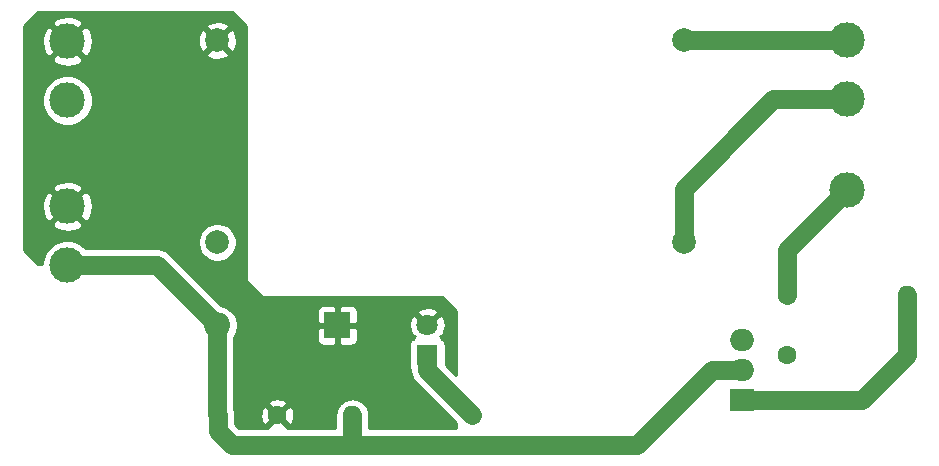
<source format=gtl>
G04 #@! TF.GenerationSoftware,KiCad,Pcbnew,(5.1.9)-1*
G04 #@! TF.CreationDate,2021-12-30T20:04:45+01:00*
G04 #@! TF.ProjectId,Pumpe,50756d70-652e-46b6-9963-61645f706362,rev?*
G04 #@! TF.SameCoordinates,Original*
G04 #@! TF.FileFunction,Copper,L1,Top*
G04 #@! TF.FilePolarity,Positive*
%FSLAX46Y46*%
G04 Gerber Fmt 4.6, Leading zero omitted, Abs format (unit mm)*
G04 Created by KiCad (PCBNEW (5.1.9)-1) date 2021-12-30 20:04:45*
%MOMM*%
%LPD*%
G01*
G04 APERTURE LIST*
G04 #@! TA.AperFunction,ComponentPad*
%ADD10C,2.000000*%
G04 #@! TD*
G04 #@! TA.AperFunction,ComponentPad*
%ADD11O,1.600000X1.600000*%
G04 #@! TD*
G04 #@! TA.AperFunction,ComponentPad*
%ADD12C,1.600000*%
G04 #@! TD*
G04 #@! TA.AperFunction,ComponentPad*
%ADD13O,2.000000X1.905000*%
G04 #@! TD*
G04 #@! TA.AperFunction,ComponentPad*
%ADD14R,2.000000X1.905000*%
G04 #@! TD*
G04 #@! TA.AperFunction,ComponentPad*
%ADD15C,3.000000*%
G04 #@! TD*
G04 #@! TA.AperFunction,ComponentPad*
%ADD16C,1.800000*%
G04 #@! TD*
G04 #@! TA.AperFunction,ComponentPad*
%ADD17R,1.800000X1.800000*%
G04 #@! TD*
G04 #@! TA.AperFunction,ComponentPad*
%ADD18O,2.200000X2.200000*%
G04 #@! TD*
G04 #@! TA.AperFunction,ComponentPad*
%ADD19R,2.200000X2.200000*%
G04 #@! TD*
G04 #@! TA.AperFunction,Conductor*
%ADD20C,1.600000*%
G04 #@! TD*
G04 #@! TA.AperFunction,Conductor*
%ADD21C,0.254000*%
G04 #@! TD*
G04 #@! TA.AperFunction,Conductor*
%ADD22C,0.200000*%
G04 #@! TD*
G04 APERTURE END LIST*
D10*
X161420000Y-56470000D03*
X161420000Y-39370000D03*
X121920000Y-56470000D03*
X121920000Y-39370000D03*
D11*
X133350000Y-71120000D03*
D12*
X143510000Y-71120000D03*
D11*
X180340000Y-66040000D03*
D12*
X170180000Y-66040000D03*
D11*
X180340000Y-60960000D03*
D12*
X170180000Y-60960000D03*
D13*
X166370000Y-64770000D03*
X166370000Y-67310000D03*
D14*
X166370000Y-69850000D03*
D15*
X175260000Y-44370000D03*
X175260000Y-39370000D03*
X109220000Y-53420000D03*
X109220000Y-58420000D03*
X175260000Y-52070000D03*
X109220000Y-39450000D03*
X109220000Y-44450000D03*
D16*
X139700000Y-63500000D03*
D17*
X139700000Y-66040000D03*
D18*
X121920000Y-63500000D03*
D19*
X132080000Y-63500000D03*
D12*
X122000000Y-71120000D03*
X127000000Y-71120000D03*
D20*
X116840000Y-58420000D02*
X121920000Y-63500000D01*
X109220000Y-58420000D02*
X116840000Y-58420000D01*
X121920000Y-71040000D02*
X122000000Y-71120000D01*
X121920000Y-63500000D02*
X121920000Y-71040000D01*
X163770000Y-67310000D02*
X166370000Y-67310000D01*
X122000000Y-72470000D02*
X123190000Y-73660000D01*
X157420000Y-73660000D02*
X163770000Y-67310000D01*
X122000000Y-71120000D02*
X122000000Y-72470000D01*
X133350000Y-71120000D02*
X133350000Y-73660000D01*
X133350000Y-73660000D02*
X157420000Y-73660000D01*
X123190000Y-73660000D02*
X133350000Y-73660000D01*
X121840000Y-39450000D02*
X121920000Y-39370000D01*
X139700000Y-67310000D02*
X143510000Y-71120000D01*
X139700000Y-66040000D02*
X139700000Y-67310000D01*
X170180000Y-57150000D02*
X175260000Y-52070000D01*
X170180000Y-60960000D02*
X170180000Y-57150000D01*
X161420000Y-56470000D02*
X161420000Y-51940000D01*
X168990000Y-44370000D02*
X175260000Y-44370000D01*
X161420000Y-51940000D02*
X168990000Y-44370000D01*
X161420000Y-39370000D02*
X175260000Y-39370000D01*
X176530000Y-69850000D02*
X180340000Y-66040000D01*
X166370000Y-69850000D02*
X176530000Y-69850000D01*
X180340000Y-60960000D02*
X180340000Y-66040000D01*
D21*
X124333000Y-38152606D02*
X124333000Y-59690000D01*
X124335440Y-59714776D01*
X124342667Y-59738601D01*
X124354403Y-59760557D01*
X124370197Y-59779803D01*
X125640197Y-61049803D01*
X125659443Y-61065597D01*
X125681399Y-61077333D01*
X125705224Y-61084560D01*
X125730000Y-61087000D01*
X140917394Y-61087000D01*
X142113000Y-62282606D01*
X142113000Y-67693605D01*
X141238072Y-66818677D01*
X141238072Y-65140000D01*
X141225812Y-65015518D01*
X141189502Y-64895820D01*
X141130537Y-64785506D01*
X141051185Y-64688815D01*
X140954494Y-64609463D01*
X140844180Y-64550498D01*
X140833265Y-64547187D01*
X140880030Y-64500422D01*
X140764082Y-64384474D01*
X141018261Y-64300792D01*
X141149158Y-64028225D01*
X141224365Y-63735358D01*
X141240991Y-63433447D01*
X141198397Y-63134093D01*
X141098222Y-62848801D01*
X141018261Y-62699208D01*
X140764080Y-62615525D01*
X139879605Y-63500000D01*
X139893748Y-63514143D01*
X139714143Y-63693748D01*
X139700000Y-63679605D01*
X139685858Y-63693748D01*
X139506253Y-63514143D01*
X139520395Y-63500000D01*
X138635920Y-62615525D01*
X138381739Y-62699208D01*
X138250842Y-62971775D01*
X138175635Y-63264642D01*
X138159009Y-63566553D01*
X138201603Y-63865907D01*
X138301778Y-64151199D01*
X138381739Y-64300792D01*
X138635918Y-64384474D01*
X138519970Y-64500422D01*
X138566735Y-64547187D01*
X138555820Y-64550498D01*
X138445506Y-64609463D01*
X138348815Y-64688815D01*
X138269463Y-64785506D01*
X138210498Y-64895820D01*
X138174188Y-65015518D01*
X138161928Y-65140000D01*
X138161928Y-66940000D01*
X138174188Y-67064482D01*
X138210498Y-67184180D01*
X138261121Y-67278888D01*
X138258057Y-67310000D01*
X138265000Y-67380492D01*
X138285764Y-67591309D01*
X138367818Y-67861808D01*
X138501069Y-68111101D01*
X138680393Y-68329608D01*
X138735155Y-68374550D01*
X142113000Y-71752396D01*
X142113000Y-72225000D01*
X134785000Y-72225000D01*
X134785000Y-70978665D01*
X134771179Y-70909183D01*
X134764236Y-70838691D01*
X134743673Y-70770903D01*
X134729853Y-70701426D01*
X134702747Y-70635986D01*
X134682182Y-70568192D01*
X134648786Y-70505712D01*
X134621680Y-70440273D01*
X134582328Y-70381378D01*
X134548932Y-70318899D01*
X134503991Y-70264138D01*
X134464637Y-70205241D01*
X134414544Y-70155148D01*
X134369607Y-70100392D01*
X134314851Y-70055455D01*
X134264759Y-70005363D01*
X134205858Y-69966007D01*
X134151100Y-69921068D01*
X134088626Y-69887675D01*
X134029727Y-69848320D01*
X133964284Y-69821213D01*
X133901807Y-69787818D01*
X133834017Y-69767254D01*
X133768574Y-69740147D01*
X133699094Y-69726326D01*
X133631308Y-69705764D01*
X133560818Y-69698821D01*
X133491335Y-69685000D01*
X133420492Y-69685000D01*
X133350000Y-69678057D01*
X133279508Y-69685000D01*
X133208665Y-69685000D01*
X133139183Y-69698821D01*
X133068691Y-69705764D01*
X133000903Y-69726327D01*
X132931426Y-69740147D01*
X132865986Y-69767253D01*
X132798192Y-69787818D01*
X132735712Y-69821214D01*
X132670273Y-69848320D01*
X132611378Y-69887672D01*
X132548899Y-69921068D01*
X132494138Y-69966009D01*
X132435241Y-70005363D01*
X132385150Y-70055454D01*
X132330392Y-70100393D01*
X132285457Y-70155147D01*
X132235363Y-70205241D01*
X132196007Y-70264142D01*
X132151068Y-70318900D01*
X132117675Y-70381374D01*
X132078320Y-70440273D01*
X132051213Y-70505716D01*
X132017818Y-70568193D01*
X131997254Y-70635983D01*
X131970147Y-70701426D01*
X131956326Y-70770906D01*
X131935764Y-70838692D01*
X131928821Y-70909182D01*
X131915000Y-70978665D01*
X131915000Y-72225000D01*
X127780148Y-72225000D01*
X127813097Y-72112702D01*
X127000000Y-71299605D01*
X126186903Y-72112702D01*
X126219852Y-72225000D01*
X123784396Y-72225000D01*
X123435000Y-71875605D01*
X123435000Y-71190512D01*
X125559783Y-71190512D01*
X125601213Y-71470130D01*
X125696397Y-71736292D01*
X125763329Y-71861514D01*
X126007298Y-71933097D01*
X126820395Y-71120000D01*
X127179605Y-71120000D01*
X127992702Y-71933097D01*
X128236671Y-71861514D01*
X128357571Y-71606004D01*
X128426300Y-71331816D01*
X128440217Y-71049488D01*
X128398787Y-70769870D01*
X128303603Y-70503708D01*
X128236671Y-70378486D01*
X127992702Y-70306903D01*
X127179605Y-71120000D01*
X126820395Y-71120000D01*
X126007298Y-70306903D01*
X125763329Y-70378486D01*
X125642429Y-70633996D01*
X125573700Y-70908184D01*
X125559783Y-71190512D01*
X123435000Y-71190512D01*
X123435000Y-71190491D01*
X123441943Y-71119999D01*
X123435000Y-71049507D01*
X123435000Y-70978665D01*
X123421179Y-70909183D01*
X123414236Y-70838691D01*
X123393673Y-70770904D01*
X123379853Y-70701426D01*
X123355000Y-70641425D01*
X123355000Y-70127298D01*
X126186903Y-70127298D01*
X127000000Y-70940395D01*
X127813097Y-70127298D01*
X127741514Y-69883329D01*
X127486004Y-69762429D01*
X127211816Y-69693700D01*
X126929488Y-69679783D01*
X126649870Y-69721213D01*
X126383708Y-69816397D01*
X126258486Y-69883329D01*
X126186903Y-70127298D01*
X123355000Y-70127298D01*
X123355000Y-64600000D01*
X130341928Y-64600000D01*
X130354188Y-64724482D01*
X130390498Y-64844180D01*
X130449463Y-64954494D01*
X130528815Y-65051185D01*
X130625506Y-65130537D01*
X130735820Y-65189502D01*
X130855518Y-65225812D01*
X130980000Y-65238072D01*
X131794250Y-65235000D01*
X131953000Y-65076250D01*
X131953000Y-63627000D01*
X132207000Y-63627000D01*
X132207000Y-65076250D01*
X132365750Y-65235000D01*
X133180000Y-65238072D01*
X133304482Y-65225812D01*
X133424180Y-65189502D01*
X133534494Y-65130537D01*
X133631185Y-65051185D01*
X133710537Y-64954494D01*
X133769502Y-64844180D01*
X133805812Y-64724482D01*
X133818072Y-64600000D01*
X133815000Y-63785750D01*
X133656250Y-63627000D01*
X132207000Y-63627000D01*
X131953000Y-63627000D01*
X130503750Y-63627000D01*
X130345000Y-63785750D01*
X130341928Y-64600000D01*
X123355000Y-64600000D01*
X123355000Y-64475289D01*
X123457537Y-64321831D01*
X123588325Y-64006081D01*
X123655000Y-63670883D01*
X123655000Y-63329117D01*
X123588325Y-62993919D01*
X123457537Y-62678169D01*
X123271671Y-62400000D01*
X130341928Y-62400000D01*
X130345000Y-63214250D01*
X130503750Y-63373000D01*
X131953000Y-63373000D01*
X131953000Y-61923750D01*
X132207000Y-61923750D01*
X132207000Y-63373000D01*
X133656250Y-63373000D01*
X133815000Y-63214250D01*
X133817936Y-62435920D01*
X138815525Y-62435920D01*
X139700000Y-63320395D01*
X140584475Y-62435920D01*
X140500792Y-62181739D01*
X140228225Y-62050842D01*
X139935358Y-61975635D01*
X139633447Y-61959009D01*
X139334093Y-62001603D01*
X139048801Y-62101778D01*
X138899208Y-62181739D01*
X138815525Y-62435920D01*
X133817936Y-62435920D01*
X133818072Y-62400000D01*
X133805812Y-62275518D01*
X133769502Y-62155820D01*
X133710537Y-62045506D01*
X133631185Y-61948815D01*
X133534494Y-61869463D01*
X133424180Y-61810498D01*
X133304482Y-61774188D01*
X133180000Y-61761928D01*
X132365750Y-61765000D01*
X132207000Y-61923750D01*
X131953000Y-61923750D01*
X131794250Y-61765000D01*
X130980000Y-61761928D01*
X130855518Y-61774188D01*
X130735820Y-61810498D01*
X130625506Y-61869463D01*
X130528815Y-61948815D01*
X130449463Y-62045506D01*
X130390498Y-62155820D01*
X130354188Y-62275518D01*
X130341928Y-62400000D01*
X123271671Y-62400000D01*
X123267663Y-62394002D01*
X123025998Y-62152337D01*
X122741831Y-61962463D01*
X122426081Y-61831675D01*
X122245064Y-61795669D01*
X117904554Y-57455159D01*
X117859608Y-57400392D01*
X117641101Y-57221068D01*
X117391808Y-57087818D01*
X117121309Y-57005764D01*
X116910492Y-56985000D01*
X116840000Y-56978057D01*
X116769508Y-56985000D01*
X110804346Y-56985000D01*
X110580983Y-56761637D01*
X110231302Y-56527988D01*
X109842756Y-56367047D01*
X109550769Y-56308967D01*
X120285000Y-56308967D01*
X120285000Y-56631033D01*
X120347832Y-56946912D01*
X120471082Y-57244463D01*
X120650013Y-57512252D01*
X120877748Y-57739987D01*
X121145537Y-57918918D01*
X121443088Y-58042168D01*
X121758967Y-58105000D01*
X122081033Y-58105000D01*
X122396912Y-58042168D01*
X122694463Y-57918918D01*
X122962252Y-57739987D01*
X123189987Y-57512252D01*
X123368918Y-57244463D01*
X123492168Y-56946912D01*
X123555000Y-56631033D01*
X123555000Y-56308967D01*
X123492168Y-55993088D01*
X123368918Y-55695537D01*
X123189987Y-55427748D01*
X122962252Y-55200013D01*
X122694463Y-55021082D01*
X122396912Y-54897832D01*
X122081033Y-54835000D01*
X121758967Y-54835000D01*
X121443088Y-54897832D01*
X121145537Y-55021082D01*
X120877748Y-55200013D01*
X120650013Y-55427748D01*
X120471082Y-55695537D01*
X120347832Y-55993088D01*
X120285000Y-56308967D01*
X109550769Y-56308967D01*
X109430279Y-56285000D01*
X109009721Y-56285000D01*
X108597244Y-56367047D01*
X108208698Y-56527988D01*
X107859017Y-56761637D01*
X107561637Y-57059017D01*
X107327988Y-57408698D01*
X107167047Y-57797244D01*
X107085000Y-58209721D01*
X107085000Y-58293000D01*
X106732606Y-58293000D01*
X105537000Y-57097394D01*
X105537000Y-54911653D01*
X107907952Y-54911653D01*
X108063962Y-55227214D01*
X108438745Y-55418020D01*
X108843551Y-55532044D01*
X109262824Y-55564902D01*
X109680451Y-55515334D01*
X110080383Y-55385243D01*
X110376038Y-55227214D01*
X110532048Y-54911653D01*
X109220000Y-53599605D01*
X107907952Y-54911653D01*
X105537000Y-54911653D01*
X105537000Y-53462824D01*
X107075098Y-53462824D01*
X107124666Y-53880451D01*
X107254757Y-54280383D01*
X107412786Y-54576038D01*
X107728347Y-54732048D01*
X109040395Y-53420000D01*
X109399605Y-53420000D01*
X110711653Y-54732048D01*
X111027214Y-54576038D01*
X111218020Y-54201255D01*
X111332044Y-53796449D01*
X111364902Y-53377176D01*
X111315334Y-52959549D01*
X111185243Y-52559617D01*
X111027214Y-52263962D01*
X110711653Y-52107952D01*
X109399605Y-53420000D01*
X109040395Y-53420000D01*
X107728347Y-52107952D01*
X107412786Y-52263962D01*
X107221980Y-52638745D01*
X107107956Y-53043551D01*
X107075098Y-53462824D01*
X105537000Y-53462824D01*
X105537000Y-51928347D01*
X107907952Y-51928347D01*
X109220000Y-53240395D01*
X110532048Y-51928347D01*
X110376038Y-51612786D01*
X110001255Y-51421980D01*
X109596449Y-51307956D01*
X109177176Y-51275098D01*
X108759549Y-51324666D01*
X108359617Y-51454757D01*
X108063962Y-51612786D01*
X107907952Y-51928347D01*
X105537000Y-51928347D01*
X105537000Y-44239721D01*
X107085000Y-44239721D01*
X107085000Y-44660279D01*
X107167047Y-45072756D01*
X107327988Y-45461302D01*
X107561637Y-45810983D01*
X107859017Y-46108363D01*
X108208698Y-46342012D01*
X108597244Y-46502953D01*
X109009721Y-46585000D01*
X109430279Y-46585000D01*
X109842756Y-46502953D01*
X110231302Y-46342012D01*
X110580983Y-46108363D01*
X110878363Y-45810983D01*
X111112012Y-45461302D01*
X111272953Y-45072756D01*
X111355000Y-44660279D01*
X111355000Y-44239721D01*
X111272953Y-43827244D01*
X111112012Y-43438698D01*
X110878363Y-43089017D01*
X110580983Y-42791637D01*
X110231302Y-42557988D01*
X109842756Y-42397047D01*
X109430279Y-42315000D01*
X109009721Y-42315000D01*
X108597244Y-42397047D01*
X108208698Y-42557988D01*
X107859017Y-42791637D01*
X107561637Y-43089017D01*
X107327988Y-43438698D01*
X107167047Y-43827244D01*
X107085000Y-44239721D01*
X105537000Y-44239721D01*
X105537000Y-40941653D01*
X107907952Y-40941653D01*
X108063962Y-41257214D01*
X108438745Y-41448020D01*
X108843551Y-41562044D01*
X109262824Y-41594902D01*
X109680451Y-41545334D01*
X110080383Y-41415243D01*
X110376038Y-41257214D01*
X110532048Y-40941653D01*
X109220000Y-39629605D01*
X107907952Y-40941653D01*
X105537000Y-40941653D01*
X105537000Y-39492824D01*
X107075098Y-39492824D01*
X107124666Y-39910451D01*
X107254757Y-40310383D01*
X107412786Y-40606038D01*
X107728347Y-40762048D01*
X109040395Y-39450000D01*
X109399605Y-39450000D01*
X110711653Y-40762048D01*
X111027214Y-40606038D01*
X111078443Y-40505413D01*
X120964192Y-40505413D01*
X121059956Y-40769814D01*
X121349571Y-40910704D01*
X121661108Y-40992384D01*
X121982595Y-41011718D01*
X122301675Y-40967961D01*
X122606088Y-40862795D01*
X122780044Y-40769814D01*
X122875808Y-40505413D01*
X121920000Y-39549605D01*
X120964192Y-40505413D01*
X111078443Y-40505413D01*
X111218020Y-40231255D01*
X111332044Y-39826449D01*
X111362909Y-39432595D01*
X120278282Y-39432595D01*
X120322039Y-39751675D01*
X120427205Y-40056088D01*
X120520186Y-40230044D01*
X120784587Y-40325808D01*
X121740395Y-39370000D01*
X122099605Y-39370000D01*
X123055413Y-40325808D01*
X123319814Y-40230044D01*
X123460704Y-39940429D01*
X123542384Y-39628892D01*
X123561718Y-39307405D01*
X123517961Y-38988325D01*
X123412795Y-38683912D01*
X123319814Y-38509956D01*
X123055413Y-38414192D01*
X122099605Y-39370000D01*
X121740395Y-39370000D01*
X120784587Y-38414192D01*
X120520186Y-38509956D01*
X120379296Y-38799571D01*
X120297616Y-39111108D01*
X120278282Y-39432595D01*
X111362909Y-39432595D01*
X111364902Y-39407176D01*
X111315334Y-38989549D01*
X111185243Y-38589617D01*
X111027214Y-38293962D01*
X110907117Y-38234587D01*
X120964192Y-38234587D01*
X121920000Y-39190395D01*
X122875808Y-38234587D01*
X122780044Y-37970186D01*
X122490429Y-37829296D01*
X122178892Y-37747616D01*
X121857405Y-37728282D01*
X121538325Y-37772039D01*
X121233912Y-37877205D01*
X121059956Y-37970186D01*
X120964192Y-38234587D01*
X110907117Y-38234587D01*
X110711653Y-38137952D01*
X109399605Y-39450000D01*
X109040395Y-39450000D01*
X107728347Y-38137952D01*
X107412786Y-38293962D01*
X107221980Y-38668745D01*
X107107956Y-39073551D01*
X107075098Y-39492824D01*
X105537000Y-39492824D01*
X105537000Y-38152606D01*
X105731259Y-37958347D01*
X107907952Y-37958347D01*
X109220000Y-39270395D01*
X110532048Y-37958347D01*
X110376038Y-37642786D01*
X110001255Y-37451980D01*
X109596449Y-37337956D01*
X109177176Y-37305098D01*
X108759549Y-37354666D01*
X108359617Y-37484757D01*
X108063962Y-37642786D01*
X107907952Y-37958347D01*
X105731259Y-37958347D01*
X106732606Y-36957000D01*
X123137394Y-36957000D01*
X124333000Y-38152606D01*
G04 #@! TA.AperFunction,Conductor*
D22*
G36*
X124333000Y-38152606D02*
G01*
X124333000Y-59690000D01*
X124335440Y-59714776D01*
X124342667Y-59738601D01*
X124354403Y-59760557D01*
X124370197Y-59779803D01*
X125640197Y-61049803D01*
X125659443Y-61065597D01*
X125681399Y-61077333D01*
X125705224Y-61084560D01*
X125730000Y-61087000D01*
X140917394Y-61087000D01*
X142113000Y-62282606D01*
X142113000Y-67693605D01*
X141238072Y-66818677D01*
X141238072Y-65140000D01*
X141225812Y-65015518D01*
X141189502Y-64895820D01*
X141130537Y-64785506D01*
X141051185Y-64688815D01*
X140954494Y-64609463D01*
X140844180Y-64550498D01*
X140833265Y-64547187D01*
X140880030Y-64500422D01*
X140764082Y-64384474D01*
X141018261Y-64300792D01*
X141149158Y-64028225D01*
X141224365Y-63735358D01*
X141240991Y-63433447D01*
X141198397Y-63134093D01*
X141098222Y-62848801D01*
X141018261Y-62699208D01*
X140764080Y-62615525D01*
X139879605Y-63500000D01*
X139893748Y-63514143D01*
X139714143Y-63693748D01*
X139700000Y-63679605D01*
X139685858Y-63693748D01*
X139506253Y-63514143D01*
X139520395Y-63500000D01*
X138635920Y-62615525D01*
X138381739Y-62699208D01*
X138250842Y-62971775D01*
X138175635Y-63264642D01*
X138159009Y-63566553D01*
X138201603Y-63865907D01*
X138301778Y-64151199D01*
X138381739Y-64300792D01*
X138635918Y-64384474D01*
X138519970Y-64500422D01*
X138566735Y-64547187D01*
X138555820Y-64550498D01*
X138445506Y-64609463D01*
X138348815Y-64688815D01*
X138269463Y-64785506D01*
X138210498Y-64895820D01*
X138174188Y-65015518D01*
X138161928Y-65140000D01*
X138161928Y-66940000D01*
X138174188Y-67064482D01*
X138210498Y-67184180D01*
X138261121Y-67278888D01*
X138258057Y-67310000D01*
X138265000Y-67380492D01*
X138285764Y-67591309D01*
X138367818Y-67861808D01*
X138501069Y-68111101D01*
X138680393Y-68329608D01*
X138735155Y-68374550D01*
X142113000Y-71752396D01*
X142113000Y-72225000D01*
X134785000Y-72225000D01*
X134785000Y-70978665D01*
X134771179Y-70909183D01*
X134764236Y-70838691D01*
X134743673Y-70770903D01*
X134729853Y-70701426D01*
X134702747Y-70635986D01*
X134682182Y-70568192D01*
X134648786Y-70505712D01*
X134621680Y-70440273D01*
X134582328Y-70381378D01*
X134548932Y-70318899D01*
X134503991Y-70264138D01*
X134464637Y-70205241D01*
X134414544Y-70155148D01*
X134369607Y-70100392D01*
X134314851Y-70055455D01*
X134264759Y-70005363D01*
X134205858Y-69966007D01*
X134151100Y-69921068D01*
X134088626Y-69887675D01*
X134029727Y-69848320D01*
X133964284Y-69821213D01*
X133901807Y-69787818D01*
X133834017Y-69767254D01*
X133768574Y-69740147D01*
X133699094Y-69726326D01*
X133631308Y-69705764D01*
X133560818Y-69698821D01*
X133491335Y-69685000D01*
X133420492Y-69685000D01*
X133350000Y-69678057D01*
X133279508Y-69685000D01*
X133208665Y-69685000D01*
X133139183Y-69698821D01*
X133068691Y-69705764D01*
X133000903Y-69726327D01*
X132931426Y-69740147D01*
X132865986Y-69767253D01*
X132798192Y-69787818D01*
X132735712Y-69821214D01*
X132670273Y-69848320D01*
X132611378Y-69887672D01*
X132548899Y-69921068D01*
X132494138Y-69966009D01*
X132435241Y-70005363D01*
X132385150Y-70055454D01*
X132330392Y-70100393D01*
X132285457Y-70155147D01*
X132235363Y-70205241D01*
X132196007Y-70264142D01*
X132151068Y-70318900D01*
X132117675Y-70381374D01*
X132078320Y-70440273D01*
X132051213Y-70505716D01*
X132017818Y-70568193D01*
X131997254Y-70635983D01*
X131970147Y-70701426D01*
X131956326Y-70770906D01*
X131935764Y-70838692D01*
X131928821Y-70909182D01*
X131915000Y-70978665D01*
X131915000Y-72225000D01*
X127780148Y-72225000D01*
X127813097Y-72112702D01*
X127000000Y-71299605D01*
X126186903Y-72112702D01*
X126219852Y-72225000D01*
X123784396Y-72225000D01*
X123435000Y-71875605D01*
X123435000Y-71190512D01*
X125559783Y-71190512D01*
X125601213Y-71470130D01*
X125696397Y-71736292D01*
X125763329Y-71861514D01*
X126007298Y-71933097D01*
X126820395Y-71120000D01*
X127179605Y-71120000D01*
X127992702Y-71933097D01*
X128236671Y-71861514D01*
X128357571Y-71606004D01*
X128426300Y-71331816D01*
X128440217Y-71049488D01*
X128398787Y-70769870D01*
X128303603Y-70503708D01*
X128236671Y-70378486D01*
X127992702Y-70306903D01*
X127179605Y-71120000D01*
X126820395Y-71120000D01*
X126007298Y-70306903D01*
X125763329Y-70378486D01*
X125642429Y-70633996D01*
X125573700Y-70908184D01*
X125559783Y-71190512D01*
X123435000Y-71190512D01*
X123435000Y-71190491D01*
X123441943Y-71119999D01*
X123435000Y-71049507D01*
X123435000Y-70978665D01*
X123421179Y-70909183D01*
X123414236Y-70838691D01*
X123393673Y-70770904D01*
X123379853Y-70701426D01*
X123355000Y-70641425D01*
X123355000Y-70127298D01*
X126186903Y-70127298D01*
X127000000Y-70940395D01*
X127813097Y-70127298D01*
X127741514Y-69883329D01*
X127486004Y-69762429D01*
X127211816Y-69693700D01*
X126929488Y-69679783D01*
X126649870Y-69721213D01*
X126383708Y-69816397D01*
X126258486Y-69883329D01*
X126186903Y-70127298D01*
X123355000Y-70127298D01*
X123355000Y-64600000D01*
X130341928Y-64600000D01*
X130354188Y-64724482D01*
X130390498Y-64844180D01*
X130449463Y-64954494D01*
X130528815Y-65051185D01*
X130625506Y-65130537D01*
X130735820Y-65189502D01*
X130855518Y-65225812D01*
X130980000Y-65238072D01*
X131794250Y-65235000D01*
X131953000Y-65076250D01*
X131953000Y-63627000D01*
X132207000Y-63627000D01*
X132207000Y-65076250D01*
X132365750Y-65235000D01*
X133180000Y-65238072D01*
X133304482Y-65225812D01*
X133424180Y-65189502D01*
X133534494Y-65130537D01*
X133631185Y-65051185D01*
X133710537Y-64954494D01*
X133769502Y-64844180D01*
X133805812Y-64724482D01*
X133818072Y-64600000D01*
X133815000Y-63785750D01*
X133656250Y-63627000D01*
X132207000Y-63627000D01*
X131953000Y-63627000D01*
X130503750Y-63627000D01*
X130345000Y-63785750D01*
X130341928Y-64600000D01*
X123355000Y-64600000D01*
X123355000Y-64475289D01*
X123457537Y-64321831D01*
X123588325Y-64006081D01*
X123655000Y-63670883D01*
X123655000Y-63329117D01*
X123588325Y-62993919D01*
X123457537Y-62678169D01*
X123271671Y-62400000D01*
X130341928Y-62400000D01*
X130345000Y-63214250D01*
X130503750Y-63373000D01*
X131953000Y-63373000D01*
X131953000Y-61923750D01*
X132207000Y-61923750D01*
X132207000Y-63373000D01*
X133656250Y-63373000D01*
X133815000Y-63214250D01*
X133817936Y-62435920D01*
X138815525Y-62435920D01*
X139700000Y-63320395D01*
X140584475Y-62435920D01*
X140500792Y-62181739D01*
X140228225Y-62050842D01*
X139935358Y-61975635D01*
X139633447Y-61959009D01*
X139334093Y-62001603D01*
X139048801Y-62101778D01*
X138899208Y-62181739D01*
X138815525Y-62435920D01*
X133817936Y-62435920D01*
X133818072Y-62400000D01*
X133805812Y-62275518D01*
X133769502Y-62155820D01*
X133710537Y-62045506D01*
X133631185Y-61948815D01*
X133534494Y-61869463D01*
X133424180Y-61810498D01*
X133304482Y-61774188D01*
X133180000Y-61761928D01*
X132365750Y-61765000D01*
X132207000Y-61923750D01*
X131953000Y-61923750D01*
X131794250Y-61765000D01*
X130980000Y-61761928D01*
X130855518Y-61774188D01*
X130735820Y-61810498D01*
X130625506Y-61869463D01*
X130528815Y-61948815D01*
X130449463Y-62045506D01*
X130390498Y-62155820D01*
X130354188Y-62275518D01*
X130341928Y-62400000D01*
X123271671Y-62400000D01*
X123267663Y-62394002D01*
X123025998Y-62152337D01*
X122741831Y-61962463D01*
X122426081Y-61831675D01*
X122245064Y-61795669D01*
X117904554Y-57455159D01*
X117859608Y-57400392D01*
X117641101Y-57221068D01*
X117391808Y-57087818D01*
X117121309Y-57005764D01*
X116910492Y-56985000D01*
X116840000Y-56978057D01*
X116769508Y-56985000D01*
X110804346Y-56985000D01*
X110580983Y-56761637D01*
X110231302Y-56527988D01*
X109842756Y-56367047D01*
X109550769Y-56308967D01*
X120285000Y-56308967D01*
X120285000Y-56631033D01*
X120347832Y-56946912D01*
X120471082Y-57244463D01*
X120650013Y-57512252D01*
X120877748Y-57739987D01*
X121145537Y-57918918D01*
X121443088Y-58042168D01*
X121758967Y-58105000D01*
X122081033Y-58105000D01*
X122396912Y-58042168D01*
X122694463Y-57918918D01*
X122962252Y-57739987D01*
X123189987Y-57512252D01*
X123368918Y-57244463D01*
X123492168Y-56946912D01*
X123555000Y-56631033D01*
X123555000Y-56308967D01*
X123492168Y-55993088D01*
X123368918Y-55695537D01*
X123189987Y-55427748D01*
X122962252Y-55200013D01*
X122694463Y-55021082D01*
X122396912Y-54897832D01*
X122081033Y-54835000D01*
X121758967Y-54835000D01*
X121443088Y-54897832D01*
X121145537Y-55021082D01*
X120877748Y-55200013D01*
X120650013Y-55427748D01*
X120471082Y-55695537D01*
X120347832Y-55993088D01*
X120285000Y-56308967D01*
X109550769Y-56308967D01*
X109430279Y-56285000D01*
X109009721Y-56285000D01*
X108597244Y-56367047D01*
X108208698Y-56527988D01*
X107859017Y-56761637D01*
X107561637Y-57059017D01*
X107327988Y-57408698D01*
X107167047Y-57797244D01*
X107085000Y-58209721D01*
X107085000Y-58293000D01*
X106732606Y-58293000D01*
X105537000Y-57097394D01*
X105537000Y-54911653D01*
X107907952Y-54911653D01*
X108063962Y-55227214D01*
X108438745Y-55418020D01*
X108843551Y-55532044D01*
X109262824Y-55564902D01*
X109680451Y-55515334D01*
X110080383Y-55385243D01*
X110376038Y-55227214D01*
X110532048Y-54911653D01*
X109220000Y-53599605D01*
X107907952Y-54911653D01*
X105537000Y-54911653D01*
X105537000Y-53462824D01*
X107075098Y-53462824D01*
X107124666Y-53880451D01*
X107254757Y-54280383D01*
X107412786Y-54576038D01*
X107728347Y-54732048D01*
X109040395Y-53420000D01*
X109399605Y-53420000D01*
X110711653Y-54732048D01*
X111027214Y-54576038D01*
X111218020Y-54201255D01*
X111332044Y-53796449D01*
X111364902Y-53377176D01*
X111315334Y-52959549D01*
X111185243Y-52559617D01*
X111027214Y-52263962D01*
X110711653Y-52107952D01*
X109399605Y-53420000D01*
X109040395Y-53420000D01*
X107728347Y-52107952D01*
X107412786Y-52263962D01*
X107221980Y-52638745D01*
X107107956Y-53043551D01*
X107075098Y-53462824D01*
X105537000Y-53462824D01*
X105537000Y-51928347D01*
X107907952Y-51928347D01*
X109220000Y-53240395D01*
X110532048Y-51928347D01*
X110376038Y-51612786D01*
X110001255Y-51421980D01*
X109596449Y-51307956D01*
X109177176Y-51275098D01*
X108759549Y-51324666D01*
X108359617Y-51454757D01*
X108063962Y-51612786D01*
X107907952Y-51928347D01*
X105537000Y-51928347D01*
X105537000Y-44239721D01*
X107085000Y-44239721D01*
X107085000Y-44660279D01*
X107167047Y-45072756D01*
X107327988Y-45461302D01*
X107561637Y-45810983D01*
X107859017Y-46108363D01*
X108208698Y-46342012D01*
X108597244Y-46502953D01*
X109009721Y-46585000D01*
X109430279Y-46585000D01*
X109842756Y-46502953D01*
X110231302Y-46342012D01*
X110580983Y-46108363D01*
X110878363Y-45810983D01*
X111112012Y-45461302D01*
X111272953Y-45072756D01*
X111355000Y-44660279D01*
X111355000Y-44239721D01*
X111272953Y-43827244D01*
X111112012Y-43438698D01*
X110878363Y-43089017D01*
X110580983Y-42791637D01*
X110231302Y-42557988D01*
X109842756Y-42397047D01*
X109430279Y-42315000D01*
X109009721Y-42315000D01*
X108597244Y-42397047D01*
X108208698Y-42557988D01*
X107859017Y-42791637D01*
X107561637Y-43089017D01*
X107327988Y-43438698D01*
X107167047Y-43827244D01*
X107085000Y-44239721D01*
X105537000Y-44239721D01*
X105537000Y-40941653D01*
X107907952Y-40941653D01*
X108063962Y-41257214D01*
X108438745Y-41448020D01*
X108843551Y-41562044D01*
X109262824Y-41594902D01*
X109680451Y-41545334D01*
X110080383Y-41415243D01*
X110376038Y-41257214D01*
X110532048Y-40941653D01*
X109220000Y-39629605D01*
X107907952Y-40941653D01*
X105537000Y-40941653D01*
X105537000Y-39492824D01*
X107075098Y-39492824D01*
X107124666Y-39910451D01*
X107254757Y-40310383D01*
X107412786Y-40606038D01*
X107728347Y-40762048D01*
X109040395Y-39450000D01*
X109399605Y-39450000D01*
X110711653Y-40762048D01*
X111027214Y-40606038D01*
X111078443Y-40505413D01*
X120964192Y-40505413D01*
X121059956Y-40769814D01*
X121349571Y-40910704D01*
X121661108Y-40992384D01*
X121982595Y-41011718D01*
X122301675Y-40967961D01*
X122606088Y-40862795D01*
X122780044Y-40769814D01*
X122875808Y-40505413D01*
X121920000Y-39549605D01*
X120964192Y-40505413D01*
X111078443Y-40505413D01*
X111218020Y-40231255D01*
X111332044Y-39826449D01*
X111362909Y-39432595D01*
X120278282Y-39432595D01*
X120322039Y-39751675D01*
X120427205Y-40056088D01*
X120520186Y-40230044D01*
X120784587Y-40325808D01*
X121740395Y-39370000D01*
X122099605Y-39370000D01*
X123055413Y-40325808D01*
X123319814Y-40230044D01*
X123460704Y-39940429D01*
X123542384Y-39628892D01*
X123561718Y-39307405D01*
X123517961Y-38988325D01*
X123412795Y-38683912D01*
X123319814Y-38509956D01*
X123055413Y-38414192D01*
X122099605Y-39370000D01*
X121740395Y-39370000D01*
X120784587Y-38414192D01*
X120520186Y-38509956D01*
X120379296Y-38799571D01*
X120297616Y-39111108D01*
X120278282Y-39432595D01*
X111362909Y-39432595D01*
X111364902Y-39407176D01*
X111315334Y-38989549D01*
X111185243Y-38589617D01*
X111027214Y-38293962D01*
X110907117Y-38234587D01*
X120964192Y-38234587D01*
X121920000Y-39190395D01*
X122875808Y-38234587D01*
X122780044Y-37970186D01*
X122490429Y-37829296D01*
X122178892Y-37747616D01*
X121857405Y-37728282D01*
X121538325Y-37772039D01*
X121233912Y-37877205D01*
X121059956Y-37970186D01*
X120964192Y-38234587D01*
X110907117Y-38234587D01*
X110711653Y-38137952D01*
X109399605Y-39450000D01*
X109040395Y-39450000D01*
X107728347Y-38137952D01*
X107412786Y-38293962D01*
X107221980Y-38668745D01*
X107107956Y-39073551D01*
X107075098Y-39492824D01*
X105537000Y-39492824D01*
X105537000Y-38152606D01*
X105731259Y-37958347D01*
X107907952Y-37958347D01*
X109220000Y-39270395D01*
X110532048Y-37958347D01*
X110376038Y-37642786D01*
X110001255Y-37451980D01*
X109596449Y-37337956D01*
X109177176Y-37305098D01*
X108759549Y-37354666D01*
X108359617Y-37484757D01*
X108063962Y-37642786D01*
X107907952Y-37958347D01*
X105731259Y-37958347D01*
X106732606Y-36957000D01*
X123137394Y-36957000D01*
X124333000Y-38152606D01*
G37*
G04 #@! TD.AperFunction*
M02*

</source>
